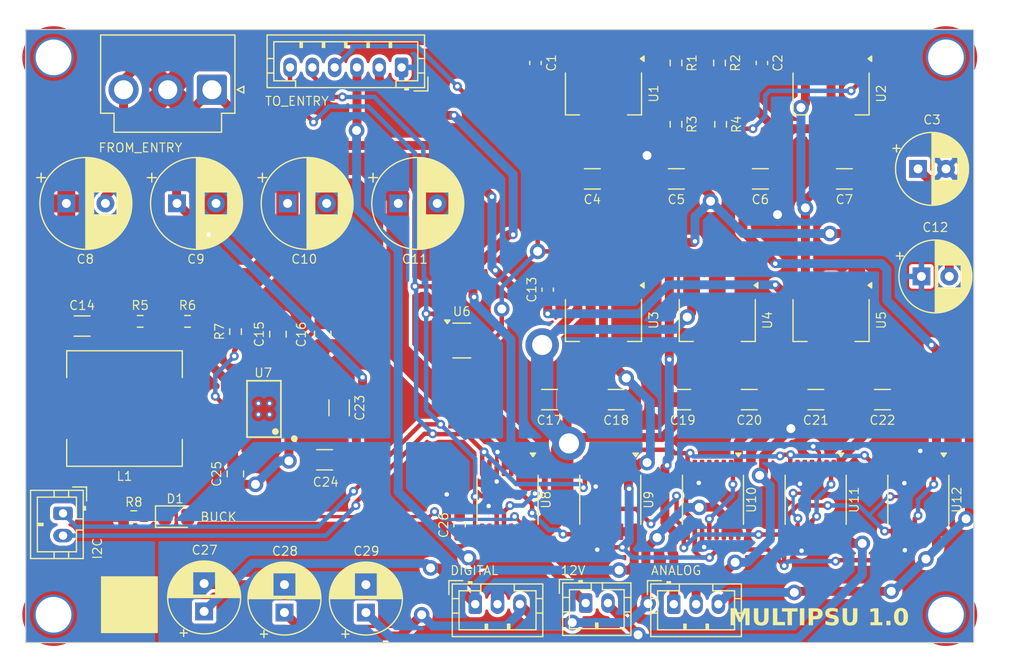
<source format=kicad_pcb>
(kicad_pcb (version 20240108) (generator "pcbnew") (generator_version "8.0")
  (layers (0 "F.Cu" signal) (31 "B.Cu" signal) (34 "B.Paste" user) (35 "F.Paste" user) (36 "B.SilkS" user "B.Silkscreen") (37 "F.SilkS" user "F.Silkscreen") (38 "B.Mask" user) (39 "F.Mask" user) (44 "Edge.Cuts" user))
  (net 0 "")
  (net 1 "PGND")
  (net 2 "VN")
  (net 3 "VP")
  (net 4 "7V")
  (net 5 "AGND")
  (net 6 "DC_POS")
  (net 7 "Net-(U2-ADJ)")
  (net 8 "5V")
  (net 9 "3V3")
  (net 10 "12V")
  (net 11 "SCL")
  (net 12 "SDA")
  (net 13 "7V_OUT")
  (net 14 "5V_OUT")
  (net 16 "12V_OUT")
  (net 18 "3V3_OUT")
  (net 19 "GND")
  (net 20 "RELAY_GND")
  (net 22 "DC_NEG_OUT")
  (net 23 "DC_POS_OUT")
  (net 25 "Net-(C15-Pad1)")
  (net 26 "Net-(U7-SS)")
  (net 27 "Net-(U7-SW)")
  (net 28 "Net-(U7-BST)")
  (net 29 "Net-(U1-ADJ)")
  (net 30 "Net-(U7-FB)")
  (net 31 "Net-(U7-COMP)")
  (net 33 "Net-(D1-K)")
  (footprint "Package_SO:TSSOP-16_4.4x5mm_P0.65mm" (layer "F.Cu") (at 147.5125 105.6875 -90)
    (property "Reference" "U10")
    (property "Value" "INA260")
  )
  (footprint "Capacitor_SMD:C_1206_3216Metric_Pad1.33x1.80mm_HandSolder" (layer "F.Cu") (at 144.231666 76.9)
    (property "Reference" "C5")
    (property "Value" "47U")
  )
  (footprint "Capacitor_SMD:C_0805_2012Metric_Pad1.18x1.45mm_HandSolder" (layer "F.Cu") (at 112.529431 90.83 -90)
    (property "Reference" "C16")
    (property "Value" "10n")
  )
  (footprint "Capacitor_THT:CP_Radial_D6.3mm_P2.50mm" (layer "F.Cu") (at 166.2 85.65)
    (property "Reference" "C12")
    (property "Value" "470u 16V")
  )
  (footprint "MountingHole:MountingHole_3.2mm_M3_DIN965_Pad_TopOnly" (layer "F.Cu") (at 88.4 66 90)
    (property "Reference" "H1" (hide yes))
    (property "Value" "MountingHole")
  )
  (footprint "MountingHole:MountingHole_3.2mm_M3_DIN965_Pad_TopOnly" (layer "F.Cu") (at 88.4 116 90)
    (property "Reference" "H3" (hide yes))
    (property "Value" "MountingHole")
  )
  (footprint "MountingHole:MountingHole_3.2mm_M3_DIN965_Pad_TopOnly" (layer "F.Cu") (at 168.4 66 90)
    (property "Reference" "H2" (hide yes))
    (property "Value" "MountingHole")
  )
  (footprint "Connector_JST:JST_PH_B3B-PH-K_1x03_P2.00mm_Vertical" (layer "F.Cu") (at 144 115.05)
    (property "Reference" "J6" (hide yes))
    (property "Value" "Conn_01x03_Pin")
  )
  (footprint "Package_SO:TSSOP-16_4.4x5mm_P0.65mm" (layer "F.Cu") (at 129.1 105.6875 -90)
    (property "Reference" "U8")
    (property "Value" "INA260")
  )
  (footprint "Capacitor_SMD:C_0603_1608Metric_Pad1.08x0.95mm_HandSolder" (layer "F.Cu") (at 124.8 107.9625 90)
    (property "Reference" "C26")
    (property "Value" "0.1U")
  )
  (footprint "Capacitor_THT:CP_Radial_D6.3mm_P2.50mm" (layer "F.Cu") (at 165.9 76)
    (property "Reference" "C3")
    (property "Value" "470u 16V")
  )
  (footprint "Capacitor_SMD:C_1206_3216Metric_Pad1.33x1.80mm_HandSolder" (layer "F.Cu") (at 112.7 102.1 180)
    (property "Reference" "C24")
    (property "Value" "10U 50V")
  )
  (footprint "Capacitor_SMD:C_1206_3216Metric_Pad1.33x1.80mm_HandSolder" (layer "F.Cu") (at 144.8025 96.7 180)
    (property "Reference" "C19")
    (property "Value" "10U")
  )
  (footprint "Capacitor_SMD:C_0805_2012Metric_Pad1.18x1.45mm_HandSolder" (layer "F.Cu") (at 108.51664 90.83 90)
    (property "Reference" "C15")
    (property "Value" "0.22u")
  )
  (footprint "Capacitor_SMD:C_1206_3216Metric_Pad1.33x1.80mm_HandSolder" (layer "F.Cu") (at 151.763332 76.9)
    (property "Reference" "C6")
    (property "Value" "47U")
  )
  (footprint "Capacitor_THT:CP_Radial_D8.0mm_P3.50mm" (layer "F.Cu") (at 109.382449 79.1)
    (property "Reference" "C10")
    (property "Value" "10V 470u")
  )
  (footprint "Capacitor_SMD:C_1206_3216Metric_Pad1.33x1.80mm_HandSolder" (layer "F.Cu") (at 138.835 96.7 180)
    (property "Reference" "C18")
    (property "Value" "10U")
  )
  (footprint "Connector_JST:JST_PH_B2B-PH-K_1x02_P2.00mm_Vertical" (layer "F.Cu") (at 136.1 114.95)
    (property "Reference" "J4" (hide yes))
    (property "Value" "Conn_01x02_Pin")
  )
  (footprint "Resistor_SMD:R_0603_1608Metric_Pad0.98x0.95mm_HandSolder" (layer "F.Cu") (at 144.2 72 -90)
    (property "Reference" "R3")
    (property "Value" "1.2K")
  )
  (footprint "Capacitor_SMD:C_1206_3216Metric_Pad1.33x1.80mm_HandSolder" (layer "F.Cu") (at 159.295 76.9)
    (property "Reference" "C7")
    (property "Value" "10u")
  )
  (footprint "Package_TO_SOT_SMD:SOT-223-3_TabPin2" (layer "F.Cu") (at 137.7 89.575 -90)
    (property "Reference" "U3")
    (property "Value" "ZLDO1117QG33TA")
  )
  (footprint "Connector_JST:JST_PH_B2B-PH-K_1x02_P2.00mm_Vertical" (layer "F.Cu") (at 89.25 106.9 -90)
    (property "Reference" "J3" (hide yes))
    (property "Value" "Conn_01x02_Pin")
  )
  (footprint "Capacitor_THT:CP_Radial_D6.3mm_P2.50mm" (layer "F.Cu") (at 116.4 115.8 90)
    (property "Reference" "C29")
    (property "Value" "470u 16V")
  )
  (footprint "Package_TO_SOT_SMD:SOT-223-3_TabPin2" (layer "F.Cu") (at 147.9 89.575 -90)
    (property "Reference" "U4")
    (property "Value" "AMS1117-5.0")
  )
  (footprint "Package_TO_SOT_SMD:SOT-223-3_TabPin2" (layer "F.Cu") (at 158.1 69.25 -90)
    (property "Reference" "U2")
    (property "Value" "LM317_SOT-223")
  )
  (footprint "Capacitor_SMD:C_1206_3216Metric_Pad1.33x1.80mm_HandSolder" (layer "F.Cu") (at 90.9625 90.1)
    (property "Reference" "C14")
    (property "Value" "10U 50V")
  )
  (footprint "Resistor_SMD:R_0603_1608Metric_Pad0.98x0.95mm_HandSolder" (layer "F.Cu") (at 104.71664 90.6 90)
    (property "Reference" "R7")
    (property "Value" "86.6k")
  )
  (footprint "Capacitor_SMD:C_0603_1608Metric_Pad1.08x0.95mm_HandSolder" (layer "F.Cu") (at 132.7 86.8375 90)
    (property "Reference" "C13")
    (property "Value" "0.1U")
  )
  (footprint "Resistor_SMD:R_0603_1608Metric_Pad0.98x0.95mm_HandSolder" (layer "F.Cu") (at 144.2 66.5 -90)
    (property "Reference" "R1")
    (property "Value" "120R")
  )
  (footprint "easyeda2kicad:SOIC-8_L4.9-W3.9-P1.27-LS6.0-BL-EP" (layer "F.Cu") (at 107.2625 97.5375 90)
    (property "Reference" "U7")
    (property "Value" "AP64351SP-13")
  )
  (footprint "Inductor_SMD:L_Vishay_IHLP-4040" (layer "F.Cu") (at 94.7625 97.5 180)
    (property "Reference" "L1")
    (property "Value" "10uH 21mOhm 5A")
  )
  (footprint "Capacitor_SMD:C_1206_3216Metric_Pad1.33x1.80mm_HandSolder" (layer "F.Cu") (at 156.7375 96.7 180)
    (property "Reference" "C21")
    (property "Value" "10u")
  )
  (footprint "Resistor_SMD:R_0603_1608Metric_Pad0.98x0.95mm_HandSolder" (layer "F.Cu") (at 95.5875 107.2 180)
    (property "Reference" "R8")
    (property "Value" "1.7K")
  )
  (footprint "Package_SO:TSSOP-16_4.4x5mm_P0.65mm" (layer "F.Cu") (at 138.30625 105.6875 -90)
    (property "Reference" "U9")
    (property "Value" "INA260")
  )
  (footprint "Connector_JST:JST_VH_B3P-VH_1x03_P3.96mm_Vertical" (layer "F.Cu") (at 102.6 68.9 180)
    (property "Reference" "J2" (hide yes))
    (property "Value" "Conn_01x03_Male")
  )
  (footprint "Capacitor_SMD:C_1206_3216Metric_Pad1.33x1.80mm_HandSolder" (layer "F.Cu") (at 114 97.4375 -90)
    (property "Reference" "C23")
    (property "Value" "10U 50V")
  )
  (footprint "Package_SO:TSSOP-16_4.4x5mm_P0.65mm" (layer "F.Cu") (at 156.71875 105.6875 -90)
    (property "Reference" "U11")
    (property "Value" "INA260")
  )
  (footprint "Capacitor_SMD:C_1206_3216Metric_Pad1.33x1.80mm_HandSolder" (layer "F.Cu") (at 150.77 96.7 180)
    (property "Reference" "C20")
    (property "Value" "10U")
  )
  (footprint "Capacitor_THT:CP_Radial_D6.3mm_P2.50mm" (layer "F.Cu") (at 109.1 115.8 90)
    (property "Reference" "C28")
    (property "Value" "470u 16V")
  )
  (footprint "Resistor_SMD:R_0603_1608Metric_Pad0.98x0.95mm_HandSolder" (layer "F.Cu") (at 148.2 72 -90)
    (property "Reference" "R4")
    (property "Value" "1.2K")
  )
  (footprint "Package_TO_SOT_SMD:SOT-223-3_TabPin2" (layer "F.Cu") (at 137.7 69.25 -90)
    (property "Reference" "U1")
    (property "Value" "LM337_SOT223")
  )
  (footprint "Capacitor_THT:CP_Radial_D8.0mm_P3.50mm" (layer "F.Cu") (at 89.547349 79.1)
    (property "Reference" "C8")
    (property "Value" "100u 50V")
  )
  (footprint "Capacitor_THT:CP_Radial_D8.0mm_P3.50mm" (layer "F.Cu") (at 119.3 79.1)
    (property "Reference" "C11")
    (property "Value" "10V 470u")
  )
  (footprint "LED_SMD:LED_0805_2012Metric_Pad1.15x1.40mm_HandSolder" (layer "F.Cu") (at 99.4 107.2)
    (property "Reference" "D1")
    (property "Value" "BLUE")
  )
  (footprint "Capacitor_SMD:C_0805_2012Metric_Pad1.18x1.45mm_HandSolder" (layer "F.Cu") (at 104.7 103.3625 90)
    (property "Reference" "C25")
    (property "Value" "0.1u")
  )
  (footprint "Capacitor_SMD:C_1206_3216Metric_Pad1.33x1.80mm_HandSolder" (layer "F.Cu") (at 162.705 96.7 180)
    (property "Reference" "C22")
    (property "Value" "10U")
  )
  (footprint "Package_TO_SOT_SMD:SOT-223" (layer "F.Cu") (at 158.1 89.575 -90)
    (property "Reference" "U5")
    (property "Value" "NCP1117-12")
  )
  (footprint "Capacitor_THT:CP_Radial_D6.3mm_P2.50mm" (layer "F.Cu") (at 101.9 115.7 90)
    (property "Reference" "C27")
    (property "Value" "470u 16V")
  )
  (footprint "Capacitor_SMD:C_1206_3216Metric_Pad1.33x1.80mm_HandSolder" (layer "F.Cu") (at 132.8675 96.7 180)
    (property "Reference" "C17")
    (property "Value" "10U")
  )
  (footprint "MountingHole:MountingHole_3.2mm_M3_DIN965_Pad_TopOnly" (layer "F.Cu") (at 168.4 116 90)
    (property "Reference" "H4" (hide yes))
    (property "Value" "MountingHole")
  )
  (footprint "Resistor_SMD:R_0603_1608Metric_Pad0.98x0.95mm_HandSolder" (layer "F.Cu") (at 96.1625 89.68)
    (property "Reference" "R5")
    (property "Value" "160K")
  )
  (footprint "Capacitor_SMD:C_0603_1608Metric_Pad1.08x0.95mm_HandSolder" (layer "F.Cu") (at 151.9 66.5 -90)
    (property "Reference" "C2")
    (property "Value" "0.1U")
  )
  (footprint "Resistor_SMD:R_0603_1608Metric_Pad0.98x0.95mm_HandSolder" (layer "F.Cu") (at 148.1 66.5 -90)
    (property "Reference" "R2")
    (property "Value" "120R")
  )
  (footprint "Package_SO:TSSOP-16_4.4x5mm_P0.65mm" (layer "F.Cu") (at 165.925 105.6875 -90)
    (property "Reference" "U12")
    (property "Value" "INA260")
  )
  (footprint "Connector_JST:JST_PH_B3B-PH-K_1x03_P2.00mm_Vertical" (layer "F.Cu") (at 126.2 115.05)
    (property "Reference" "J5" (hide yes))
    (property "Value" "Conn_01x03_Pin")
  )
  (footprint "Resistor_SMD:R_0603_1608Metric_Pad0.98x0.95mm_HandSolder" (layer "F.Cu") (at 100.4125 89.68 180)
    (property "Reference" "R6")
    (property "Value" "22.1K")
  )
  (footprint "Package_TO_SOT_SMD:SOT-23-6" (layer "F.Cu") (at 125 91.4)
    (property "Reference" "U6")
    (property "Value" "TMP100")
  )
  (footprint "Capacitor_SMD:C_0603_1608Metric_Pad1.08x0.95mm_HandSolder" (layer "F.Cu") (at 131.6 66.5 -90)
    (property "Reference" "C1")
    (property "Value" "0.1U")
  )
  (footprint "Connector_JST:JST_PH_B6B-PH-K_1x06_P2.00mm_Vertical" (layer "F.Cu") (at 119.6 66.9 180)
    (property "Reference" "J1" (hide yes))
    (property "Value" "Conn_01x06_Pin")
  )
  (footprint "Capacitor_SMD:C_1206_3216Metric_Pad1.33x1.80mm_HandSolder" (layer "F.Cu") (at 136.7 76.9 180)
    (property "Reference" "C4")
    (property "Value" "10u")
  )
  (footprint "Capacitor_THT:CP_Radial_D8.0mm_P3.50mm" (layer "F.Cu") (at 99.464899 79.1)
    (property "Reference" "C9")
    (property "Value" "100u 50V")
  )
  (gr_rect (start 92.7 112.6) (end 97.7 117.6) (stroke (width 0.1)) (fill solid) (layer "F.SilkS"))
  (gr_line (start 170.9 63.5) (end 170.9 118.5) (stroke (width 0.1)) (layer "Edge.Cuts"))
  (gr_line (start 85.9 63.5) (end 170.9 63.5) (stroke (width 0.1)) (layer "Edge.Cuts"))
  (gr_line (start 85.9 118.5) (end 85.9 63.5) (stroke (width 0.1)) (layer "Edge.Cuts"))
  (gr_line (start 170.9 118.5) (end 85.9 118.5) (stroke (width 0.1)) (layer "Edge.Cuts"))
  (gr_text "DIGITAL" (at 123.9 112.5 0) (layer "F.SilkS") (effects (font (size 0.8 0.8) (thickness 0.1)) (justify left bottom)))
  (gr_text "TO_ENTRY" (at 107.3 70.4 0) (layer "F.SilkS") (effects (font (size 0.8 0.8) (thickness 0.1)) (justify left bottom)))
  (gr_text "FROM_ENTRY" (at 92.371 74.575 0) (layer "F.SilkS") (effects (font (size 0.8 0.8) (thickness 0.1)) (justify left bottom)))
  (gr_text "I2C" (at 92.8 111.1 90) (layer "F.SilkS") (effects (font (size 0.8 0.8) (thickness 0.1)) (justify left bottom)))
  (gr_text "BUCK" (at 101.5 107.7 0) (layer "F.SilkS") (effects (font (size 0.8 0.8) (thickness 0.1)) (justify left bottom)))
  (gr_text "MULTIPSU 1.0" (at 165.1 117.2 0) (layer "F.SilkS") (effects (font (size 1.5 1.5) (thickness 0.2) (bold yes)) (justify right bottom)))
  (gr_text "12V" (at 133.8 112.5 0) (layer "F.SilkS") (effects (font (size 0.8 0.8) (thickness 0.1)) (justify left bottom)))
  (gr_text "ANALOG" (at 141.9 112.5 0) (layer "F.SilkS") (effects (font (size 0.8 0.8) (thickness 0.1)) (justify left bottom)))
  (segment (start 137.7 66.1) (end 137.7 72.4) (width 0.8) (layer "F.Cu") (net 2))
  (segment (start 131.6 67.6) (end 129.05 70.15) (width 0.4) (layer "F.Cu") (net 2))
  (segment (start 94.68 76.82) (end 93 78.5) (width 0.8) (layer "F.Cu") (net 2))
  (segment (start 137.7 74.3375) (end 135.1375 76.9) (width 0.8) (layer "F.Cu") (net 2))
  (segment (start 129.05 70.15) (end 123.4 64.5) (width 0.8) (layer "F.Cu") (net 2))
  (segment (start 94.68 68.9) (end 94.68 76.82) (width 0.8) (layer "F.Cu") (net 2))
  (segment (start 123.4 64.5) (end 98.2 64.5) (width 0.8) (layer "F.Cu") (net 2))
  (segment (start 137.7 72.4) (end 137.7 74.3375) (width 0.8) (layer "F.Cu") (net 2))
  (segment (start 137.7 72.4) (end 131.3 72.4) (width 0.8) (layer "F.Cu") (net 2))
  (segment (start 131.3 72.4) (end 129.05 70.15) (width 0.8) (layer "F.Cu") (net 2))
  (segment (start 98.2 64.5) (end 94.68 68.02) (width 0.8) (layer "F.Cu") (net 2))
  (segment (start 152.3625 66.1) (end 151.9 65.6375) (width 0.8) (layer "F.Cu") (net 3))
  (segment (start 155.8 78.8325) (end 157.7325 76.9) (width 0.8) (layer "F.Cu") (net 3))
  (segment (start 102.6 68.9) (end 99.433333 72.066667) (width 0.8) (layer "F.Cu") (net 3))
  (segment (start 153.1 86.4) (end 154.4125 87.7125) (width 0.8) (layer "F.Cu") (net 3))
  (segment (start 155.8 66.1) (end 155.8 70.1) (width 0.8) (layer "F.Cu") (net 3))
  (segment (start 155.9 94.3) (end 158.3 96.7) (width 0.8) (layer "F.Cu") (net 3))
  (segment (start 115.55 97.425) (end 114 95.875) (width 0.8) (layer "F.Cu") (net 3))
  (segment (start 109.9825 96.9075) (end 109.9825 98.1675) (width 0.8) (layer "F.Cu") (net 3))
  (segment (start 111.7075 98.1675) (end 114 95.875) (width 0.8) (layer "F.Cu") (net 3))
  (segment (start 155.8 86.425) (end 155.8 79.5) (width 0.8) (layer "F.Cu") (net 3))
  (segment (start 116.1 94.7) (end 116.1 97.45) (width 0.8) (layer "F.Cu") (net 3))
  (segment (start 123.1 73.9) (end 127.7 78.5) (width 0.8) (layer "F.Cu") (net 3))
  (segment (start 128 85.1) (end 130.6 87.7) (width 0.8) (layer "F.Cu") (net 3))
  (segment (start 109.9825 98.1675) (end 111.7075 98.1675) (width 0.8) (layer "F.Cu") (net 3))
  (segment (start 154.2 93.5) (end 155 94.3) (width 0.8) (layer "F.Cu") (net 3))
  (segment (start 154.4125 87.8125) (end 154.2 88.025) (width 0.8) (layer "F.Cu") (net 3))
  (segment (start 130.6 87.7) (end 132.7 87.7) (width 0.8) (layer "F.Cu") (net 3))
  (segment (start 115.55 100.8125) (end 115.55 98) (width 0.8) (layer "F.Cu") (net 3))
  (segment (start 155 94.3) (end 155.9 94.3) (width 0.8) (layer "F.Cu") (net 3))
  (segment (start 102.6 68.9) (end 107.6 73.9) (width 0.8) (layer "F.Cu") (net 3))
  (segment (start 115.55 98) (end 115.55 97.425) (width 0.8) (layer "F.Cu") (net 3))
  (segment (start 107.6 73.9) (end 123.1 73.9) (width 0.8) (layer "F.Cu") (net 3))
  (segment (start 154.4125 87.7125) (end 154.4125 87.8125) (width 0.8) (layer "F.Cu") (net 3))
  (segment (start 154.2 88.025) (end 154.2 93.5) (width 0.8) (layer "F.Cu") (net 3))
  (segment (start 155.8 79.5) (end 155.8 78.8325) (width 0.8) (layer "F.Cu") (net 3))
  (segment (start 99.433333 79.033333) (end 102.3 81.9) (width 0.8) (layer "F.Cu") (net 3))
  (segment (start 132.7 87.7) (end 132.7 89) (width 0.8) (layer "F.Cu") (net 3))
  (segment (start 116.1 97.45) (end 115.55 98) (width 0.8) (layer "F.Cu") (net 3))
  (segment (start 155.8 66.1) (end 152.3625 66.1) (width 0.8) (layer "F.Cu") (net 3))
  (segment (start 155.8 86.425) (end 154.4125 87.8125) (width 0.8) (layer "F.Cu") (net 3))
  (segment (start 155.8 70.1) (end 155.4 70.5) (width 0.8) (layer "F.Cu") (net 3))
  (segment (start 99.433333 72.066667) (end 99.433333 79.033333) (width 0.8) (layer "F.Cu") (net 3))
  (segment (start 114.2625 102.1) (end 115.55 100.8125) (width 0.8) (layer "F.Cu") (net 3))
  (via (at 127.7 78.5) (size 0.8) (drill 0.4) (layers "F.Cu" "B.Cu") (net 3))
  (via (at 128 85.1) (size 0.8) (drill 0.4) (layers "F.Cu" "B.Cu") (net 3))
  (via (at 116.1 94.7) (size 0.8) (drill 0.4) (layers "F.Cu" "B.Cu") (net 3))
  (via (at 153.1 86.4) (size 0.8) (drill 0.4) (layers "F.Cu" "B.Cu") (net 3))
  (via (at 155.4 70.5) (size 1.4) (drill 0.8) (layers "F.Cu" "B.Cu") (net 3))
  (via (at 155.8 79.5) (size 1.4) (drill 0.8) (layers "F.Cu" "B.Cu") (net 3))
  (via (at 102.3 81.9) (size 0.8) (drill 0.4) (layers "F.Cu" "B.Cu") (net 3))
  (via (at 132.7 89) (size 0.8) (drill 0.4) (layers "F.Cu" "B.Cu") (net 3))
  (segment (start 127.7 84.8) (end 128 85.1) (width 0.8) (layer "B.Cu") (net 3))
  (segment (start 143.5 86.4) (end 153.1 86.4) (width 0.8) (layer "B.Cu") (net 3))
  (segment (start 116.1 94.7) (end 103.3 81.9) (width 0.8) (layer "B.Cu") (net 3))
  (segment (start 132.7 89) (end 140.9 89) (width 0.8) (layer "B.Cu") (net 3))
  (segment (start 140.9 89) (end 143.5 86.4) (width 0.8) (layer "B.Cu") (net 3))
  (segment (start 155.4 70.5) (end 155.4 79.1) (width 0.8) (layer "B.Cu") (net 3))
  (segment (start 127.7 78.5) (end 127.7 84.8) (width 0.8) (layer "B.Cu") (net 3))
  (segment (start 155.4 79.1) (end 155.8 79.5) (width 0.8) (layer "B.Cu") (net 3))
  (segment (start 103.3 81.9) (end 102.3 81.9) (width 0.8) (layer "B.Cu") (net 3))
  (segment (start 109.366666 82.733334) (end 109.366666 75.7) (width 2) (layer "F.Cu") (net 4))
  (segment (start 89.4 90.1) (end 89.4 88.3) (width 2) (layer "F.Cu") (net 4))
  (segment (start 130.875 103.9) (end 131.55547 104.58047) (width 0.4) (layer "F.Cu") (net 4))
  (segment (start 119.25 85.751401) (end 119.147973 85.853428) (width 2) (layer "F.Cu") (net 4))
  (segment (start 130.875 101.62554) (end 130.875 103.9) (width 2) (layer "F.Cu") (net 4))
  (segment (start 119.147973 87.220334) (end 119.25 87.322361) (width 2) (layer "F.Cu") (net 4))
  (segment (start 106.2 85.9) (end 109.366666 82.733334) (width 2) (layer "F.Cu") (net 4))
  (segment (start 109.366666 75.7) (end 109.516666 75.55) (width 2) (layer "F.Cu") (net 4))
  (segment (start 123.133453 96.2) (end 125.44946 96.2) (width 2) (layer "F.Cu") (net 4))
  (segment (start 89.4 88.3) (end 91.8 85.9) (width 2) (layer "F.Cu") (net 4))
  (segment (start 95.25 87.15) (end 94 85.9) (width 0.8) (layer "F.Cu") (net 4))
  (segment (start 109.516666 75.55) (end 116.35 75.55) (width 2) (layer "F.Cu") (net 4))
  (segment (start 95.25 89.68) (end 95.25 87.15) (width 0.8) (layer "F.Cu") (net 4))
  (segment (start 119.25 78.55) (end 119.25 85.751401) (width 2) (layer "F.Cu") (net 4))
  (segment (start 128.775 108.55) (end 128.775 106.750768) (width 0.4) (layer "F.Cu") (net 4))
  (segment (start 119.147973 85.853428) (end 119.147973 87.220334) (width 2) (layer "F.Cu") (net 4))
  (segment (start 94 85.9) (end 106.2 85.9) (width 2) (layer "F.Cu") (net 4))
  (segment (start 125.44946 96.2) (end 130.875 101.62554) (width 2) (layer "F.Cu") (net 4))
  (segment (start 116.35 75.55) (end 119.3 78.5) (width 2) (layer "F.Cu") (net 4))
  (segment (start 119.25 92.316547) (end 123.133453 96.2) (width 2) (layer "F.Cu") (net 4))
  (segment (start 89.4 96.645) (end 90.255 97.5) (width 2) (layer "F.Cu") (net 4))
  (segment (start 128.775 106.750768) (end 129.321085 106.204683) (width 0.4) (layer "F.Cu") (net 4))
  (segment (start 119.3 78.5) (end 119.25 78.55) (width 2) (layer "F.Cu") (net 4))
  (segment (start 91.8 85.9) (end 94 85.9) (width 2) (layer "F.Cu") (net 4))
  (segment (start 131.55547 104.58047) (end 131.55547 105.128575) (width 0.4) (layer "F.Cu") (net 4))
  (segment (start 119.25 87.322361) (end 119.25 92.316547) (width 2) (layer "F.Cu") (net 4))
  (segment (start 89.4 90.1) (end 89.4 96.645) (width 2) (layer "F.Cu") (net 4))
  (via (at 131.55547 105.128575) (size 0.8) (drill 0.4) (layers "F.Cu" "B.Cu") (net 4))
  (via (at 129.321085 106.204683) (size 0.8) (drill 0.4) (layers "F.Cu" "B.Cu") (net 4))
  (segment (start 131.55547 105.128575) (end 130.479362 106.204683) (width 0.4) (layer "B.Cu") (net 4))
  (segment (start 130.479362 106.204683) (end 129.321085 106.204683) (width 0.4) (layer "B.Cu") (net 4))
  (segment (start 148.6 112.2) (end 149.5 111.3) (width 0.8) (layer "F.Cu") (net 5))
  (segment (start 142.669166 76.9) (end 142.669166 75.869166) (width 0.8) (layer "F.Cu") (net 5))
  (segment (start 151.7 103.5) (end 152.05 103.15) (width 0.8) (layer "F.Cu") (net 5))
  (segment (start 146 112.4) (end 146.2 112.2) (width 0.8) (layer "F.Cu") (net 5))
  (segment (start 153.325832 80.074168) (end 153.3 80.1) (width 0.8) (layer "F.Cu") (net 5))
  (segment (start 153.325832 76.9) (end 153.325832 80.074168) (width 0.8) (layer "F.Cu") (net 5))
  (segment (start 152.05 101.75) (end 154.5 99.3) (width 0.8) (layer "F.Cu") (net 5))
  (segment (start 146.2 112.2) (end 148.6 112.2) (width 0.8) (layer "F.Cu") (net 5))
  (segment (start 152.05 103.15) (end 152.05 101.75) (width 0.8) (layer "F.Cu") (net 5))
  (segment (start 142.669166 75.869166) (end 141.6 74.8) (width 0.8) (layer "F.Cu") (net 5))
  (segment (start 146 114.775) (end 146 112.4) (width 0.8) (layer "F.Cu") (net 5))
  (via (at 151.7 103.5) (size 1.4) (drill 0.8) (layers "F.Cu" "B.Cu") (net 5))
  (via (at 141.6 74.8) (size 1.4) (drill 0.8) (layers "F.Cu" "B.Cu") (net 5))
  (via (at 153.3 80.1) (size 1.4) (drill 0.8) (layers "F.Cu" "B.Cu") (net 5))
  (via (at 149.5 111.3) (size 1.4) (drill 0.8) (layers "F.Cu" "B.Cu") (net 5))
  (via (at 154.5 99.3) (size 1.4) (drill 0.8) (layers "F.Cu" "B.Cu") (net 5))
  (segment (start 150.592462 111.3) (end 149.5 111.3) (width 0.8) (layer "B.Cu") (net 5))
  (segment (start 152.65 109.242462) (end 150.592462 111.3) (width 0.8) (layer "B.Cu") (net 5))
  (segment (start 151.7 103.5) (end 152.65 104.45) (width 0.8) (layer "B.Cu") (net 5))
  (segment (start 152.65 104.45) (end 152.65 109.242462) (width 0.8) (layer "B.Cu") (net 5))
  (segment (start 150.200832 76.9) (end 150.200832 81.600832) (width 0.8) (layer "F.Cu") (net 6))
  (segment (start 158.1 72.4) (end 154.700832 72.4) (width 0.8) (layer "F.Cu") (net 6))
  (segment (start 167.55 92.25) (end 167.55 102.825) (width 0.8) (layer "F.Cu") (net 6))
  (segment (start 153.900416 73.200416) (end 149.8 69.1) (width 0.8) (layer "F.Cu") (net 6))
  (segment (start 167.55 102.825) (end 167.1 102.825) (width 0.8) (layer "F.Cu") (net 6))
  (segment (start 167.1 91.8) (end 167.55 92.25) (width 0.8) (layer "F.Cu") (net 6))
  (segment (start 167.3 103.075) (end 167.55 102.825) (width 0.4) (layer "F.Cu") (net 6))
  (segment (start 167.3 104.3) (end 167.3 103.075) (width 0.4) (layer "F.Cu") (net 6))
  (segment (start 149.8 69.1) (end 149.8 67.2875) (width 0.8) (layer "F.Cu") (net 6))
  (segment (start 154.700832 72.4) (end 153.900416 73.200416) (width 0.8) (layer "F.Cu") (net 6))
  (segment (start 165.6 108.55) (end 165.6 107.4) (width 0.4) (layer "F.Cu") (net 6))
  (segment (start 168.2 102.825) (end 167.55 102.825) (width 0.8) (layer "F.Cu") (net 6))
  (segment (start 158.1 66.1) (end 158.1 72.4) (width 0.8) (layer "F.Cu") (net 6))
  (segment (start 165.6 107.4) (end 165.9 107.1) (width 0.4) (layer "F.Cu") (net 6))
  (segment (start 150.200832 81.600832) (end 153.1 84.5) (width 0.8) (layer "F.Cu") (net 6))
  (segment (start 153.900416 73.200416) (end 150.200832 76.9) (width 0.8) (layer "F.Cu") (net 6))
  (segment (start 149.8 67.2875) (end 148.1 65.5875) (width 0.8) (layer "F.Cu") (net 6))
  (via (at 167.1 91.8) (size 0.8) (drill 0.4) (layers "F.Cu" "B.Cu") (net 6))
  (via (at 153.1 84.5) (size 0.8) (drill 0.4) (layers "F.Cu" "B.Cu") (net 6))
  (via (at 167.3 104.3) (size 0.8) (drill 0.4) (layers "F.Cu" "B.Cu") (net 6))
  (via (at 165.9 107.1) (size 0.8) (drill 0.4) (layers "F.Cu" "B.Cu") (net 6))
  (segment (start 165.9 105.7) (end 167.3 104.3) (width 0.4) (layer "B.Cu") (net 6))
  (segment (start 153.1 84.5) (end 162.6 84.5) (width 0.8) (layer "B.Cu") (net 6))
  (segment (start 163.1 87.8) (end 167.1 91.8) (width 0.8) (layer "B.Cu") (net 6))
  (segment (start 162.6 84.5) (end 163.1 85) (width 0.8) (layer "B.Cu") (net 6))
  (segment (start 165.9 107.1) (end 165.9 105.7) (width 0.4) (layer "B.Cu") (net 6))
  (segment (start 163.1 85) (end 163.1 87.8) (width 0.8) (layer "B.Cu") (net 6))
  (segment (start 148.2 71.0875) (end 148.2 67.5125) (width 0.4) (layer "F.Cu") (net 7))
  (segment (start 149.5125 72.4) (end 148.2 71.0875) (width 0.4) (layer "F.Cu") (net 7))
  (segment (start 160.4 66.1) (end 160.4 68.5) (width 0.4) (layer "F.Cu") (net 7))
  (segment (start 160.4 68.5) (end 159.9 69) (width 0.4) (layer "F.Cu") (net 7))
  (segment (start 151.1 72.4) (end 149.5125 72.4) (width 0.4) (layer "F.Cu") (net 7))
  (via (at 151.1 72.4) (size 0.8) (drill 0.4) (layers "F.Cu" "B.Cu") (net 7))
  (via (at 159.9 69) (size 0.8) (drill 0.4) (layers "F.Cu" "B.Cu") (net 7))
  (segment (start 152.6 69) (end 152.2 69.4) (width 0.4) (layer "B.Cu") (net 7))
  (segment (start 159.9 69) (end 152.6 69) (width 0.4) (layer "B.Cu") (net 7))
  (segment (start 152.2 71.3) (end 151.1 72.4) (width 0.4) (layer "B.Cu") (net 7))
  (segment (start 152.2 69.4) (end 152.2 71.3) (width 0.4) (layer "B.Cu") (net 7))
  (segment (start 151.875 96.7) (end 147.9 92.725) (width 0.8) (layer "F.Cu") (net 8))
  (segment (start 152.3325 96.7) (end 151.875 96.7) (width 0.8) (layer "F.Cu") (net 8))
  (segment (start 152.3325 97.9675) (end 149.7875 100.5125) (width 0.8) (layer "F.Cu") (net 8))
  (segment (start 149.7875 100.5125) (end 149.7875 102.825) (width 0.8) (layer "F.Cu") (net 8))
  (segment (start 152.3325 96.7) (end 152.3325 97.9675) (width 0.8) (layer "F.Cu") (net 8))
  (segment (start 149.7875 102.825) (end 149.1375 102.825) (width 0.8) (layer "F.Cu") (net 8))
  (segment (start 147.1875 108.55) (end 147.1875 107.399827) (width 0.4) (layer "F.Cu") (net 8))
  (segment (start 149.1375 102.825) (end 148.6875 102.825) (width 0.8) (layer "F.Cu") (net 8))
  (segment (start 149.3 102.9875) (end 149.1375 102.825) (width 0.4) (layer "F.Cu") (net 8))
  (segment (start 149.3 104.3) (end 149.3 102.9875) (width 0.4) (layer "F.Cu") (net 8))
  (segment (start 147.9 86.425) (end 147.9 92.725) (width 0.8) (layer "F.Cu") (net 8))
  (via (at 147.1875 107.399827) (size 0.8) (drill 0.4) (layers "F.Cu" "B.Cu") (net 8))
  (via (at 149.3 104.3) (size 0.8) (drill 0.4) (layers "F.Cu" "B.Cu") (net 8))
  (segment (start 149.3 105.287327) (end 149.3 104.3) (width 0.4) (layer "B.Cu") (net 8))
  (segment (start 147.1875 107.399827) (end 149.3 105.287327) (width 0.4) (layer "B.Cu") (net 8))
  (segment (start 135.799338 110.3) (end 136.68125 109.418088) (width 0.4) (layer "F.Cu") (net 9))
  (segment (start 146.406263 110.866055) (end 147.2 110.866055) (width 0.4) (layer "F.Cu") (net 9))
  (segment (start 145.868523 110.328315) (end 146.406263 110.866055) (width 0.4) (layer "F.Cu") (net 9))
  (segment (start 128.581565 90.568434) (end 128.581565 88.572376) (width 0.4) (layer "F.Cu") (net 9))
  (segment (start 155.09375 109.418088) (end 153.9 110.611838) (width 0.4) (layer "F.Cu") (net 9))
  (segment (start 147.8375 103.8625) (end 147.8375 102.825) (width 0.4) (layer "F.Cu") (net 9))
  (segment (start 153.9 111.6) (end 152.45 110.15) (width 0.4) (layer "F.Cu") (net 9))
  (segment (start 140.58125 102.825) (end 139.93125 102.825) (width 0.8) (layer "F.Cu") (net 9))
  (segment (start 137.661838 107.3625) (end 137.000662 107.3625) (width 0.4) (layer "F.Cu") (net 9))
  (segment (start 140.3975 96.7) (end 140.3975 95.4225) (width 0.8) (layer "F.Cu") (net 9))
  (segment (start 139.93125 102.825) (end 139.93125 104.63125) (width 0.8) (layer "F.Cu") (net 9))
  (segment (start 145.67895 105.02105) (end 146.67895 105.02105) (width 0.4) (layer "F.Cu") (net 9))
  (segment (start 145.8875 108.55) (end 145.8875 109.561891) (width 0.4) (layer "F.Cu") (net 9))
  (segment (start 145.8875 107.618747) (end 145.1 106.831247) (width 0.4) (layer "F.Cu") (net 9))
  (segment (start 145.868523 109.580868) (end 145.868523 110.328315) (width 0.4) (layer "F.Cu") (net 9))
  (segment (start 137.98125 109.418088) (end 138.517205 109.954043) (width 0.4) (layer "F.Cu") (net 9))
  (segment (start 158.59304 111.10696) (end 158.5 111.2) (width 0.4) (layer "F.Cu") (net 9))
  (segment (start 140.58125 102.825) (end 141.05625 102.35) (width 0.8) (layer "F.Cu") (net 9))
  (segment (start 145.1 106.831247) (end 145.1 105.6) (width 0.4) (layer "F.Cu") (net 9))
  (segment (start 123.8625 92.35) (end 126.1375 92.35) (width 0.4) (layer "F.Cu") (net 9))
  (segment (start 137.98125 108.55) (end 137.98125 109.418088) (width 0.4) (layer "F.Cu") (net 9))
  (segment (start 127.193088 110.3) (end 135.799338 110.3) (width 0.4) (layer "F.Cu") (net 9))
  (segment (start 164.3 109.418088) (end 164.3 108.55) (width 0.4) (layer "F.Cu") (net 9))
  (segment (start 127.475 109.418088) (end 126.893088 110) (width 0.4) (layer "F.Cu") (net 9))
  (segment (start 145.8875 109.561891) (end 145.868523 109.580868) (width 0.4) (layer "F.Cu") (net 9))
  (segment (start 131.8 83.4) (end 131.8 75.8) (width 0.4) (layer "F.Cu") (net 9))
  (segment (start 155.09375 108.55) (end 155.09375 109.418088) (width 0.4) (layer "F.Cu") (net 9))
  (segment (start 141.05625 102.35) (end 141.60248 102.35) (width 0.8) (layer "F.Cu") (net 9))
  (segment (start 146.67895 105.02105) (end 147.8375 103.8625) (width 0.4) (layer "F.Cu") (net 9))
  (segment (start 136.68125 107.681912) (end 136.68125 108.55) (width 0.4) (layer "F.Cu") (net 9))
  (segment (start 139.93125 104.63125) (end 140 104.7) (width 0.8) (layer "F.Cu") (net 9))
  (segment (start 126.799999 92.35) (end 128.581565 90.568434) (width 0.4) (layer "F.Cu") (net 9))
  (segment (start 137.7 86.425) (end 137.7 92.725) (width 0.8) (layer "F.Cu") (net 9))
  (segment (start 156.39375 104.30625) (end 155.6 105.1) (width 0.3) (layer "F.Cu") (net 9))
  (segment (start 127.475 108.55) (end 127.475 109.418088) (width 0.4) (layer "F.Cu") (net 9))
  (segment (start 140.3975 95.4225) (end 137.7 92.725) (width 0.8) (layer "F.Cu") (net 9))
  (segment (start 137.98125 107.681912) (end 137.661838 107.3625) (width 0.4) (layer "F.Cu") (net 9))
  (segment (start 137.98125 108.55) (end 137.98125 107.681912) (width 0.4) (layer "F.Cu") (net 9))
  (segment (start 138.63125 102.825) (end 137.98125 102.825) (width 0.3) (layer "F.Cu") (net 9))
  (segment (start 131.8 83.4) (end 134.675 83.4) (width 0.4) (layer "F.Cu") (net 9))
  (segment (start 131.8 75.8) (end 124.6 68.6) (width 0.4) (layer "F.Cu") (net 9))
  (segment (start 156.39375 102.825) (end 156.39375 104.30625) (width 0.3) (layer "F.Cu") (net 9))
  (segment (start 152.45 110.15) (end 147.916055 110.15) (width 0.4) (layer "F.Cu") (net 9))
  (segment (start 139.28125 102.825) (end 138.63125 102.825) (width 0.3) (layer "F.Cu") (net 9))
  (segment (start 138.517205 109.954043) (end 139.4 109.954043) (width 0.4) (layer "F.Cu") (net 9))
  (segment (start 126.893088 110) (end 127.193088 110.3) (width 0.4) (layer "F.Cu") (net 9))
  (segment (start 155.6 105.1) (end 154.7 105.1) (width 0.3) (layer "F.Cu") (net 9))
  (segment (start 162.611128 111.10696) (end 158.59304 111.10696) (width 0.4) (layer "F.Cu") (net 9))
  (segment (start 155.130523 107.363011) (end 155.130523 108.513227) (width 0.3) (layer "F.Cu") (net 9))
  (segment (start 136.68125 109.418088) (end 136.68125 108.55) (width 0.4) (layer "F.Cu") (net 9))
  (segment (start 162.611128 111.10696) (end 164.3 109.418088) (width 0.4) (layer "F.Cu") (net 9))
  (segment (start 134.675 83.4) (end 137.7 86.425) (width 0.4) (layer "F.Cu") (net 9))
  (segment (start 153.9 110.611838) (end 153.9 111.6) (width 0.4) (layer "F.Cu") (net 9))
  (segment (start 145.1 105.6) (end 145.67895 105.02105) (width 0.4) (layer "F.Cu") (net 9))
  (segment (start 147.916055 110.15) (end 147.2 110.866055) (width 0.4) (layer "F.Cu") (net 9))
  (segment (start 126.45 110) (end 125.275 108.825) (width 0.4) (layer "F.Cu") (net 9))
  (segment (start 139.93125 102.825) (end 139.48125 102.825) (width 0.8) (layer "F.Cu") (net 9))
  (segment (start 126.893088 110) (end 126.45 110) (width 0.4) (layer "F.Cu") (net 9))
  (segment (start 145.8875 108.55) (end 145.8875 107.618747) (width 0.4) (layer "F.Cu") (net 9))
  (segment (start 137.000662 107.3625) (end 136.68125 107.681912) (width 0.4) (layer "F.Cu") (net 9))
  (segment (start 126.1375 92.35) (end 126.799999 92.35) (width 0.4) (layer "F.Cu") (net 9))
  (segment (start 125.275 108.825) (end 124.8 108.825) (width 0.4) (layer "F.Cu") (net 9))
  (via (at 140 104.7) (size 0.8) (drill 0.4) (layers "F.Cu" "B.Cu") (net 9))
  (via (at 124.6 68.6) (size 0.8) (drill 0.4) (layers "F.Cu" "B.Cu") (net 9))
  (via (at 139.7375 94.7625) (size 1.4) (drill 0.8) (layers "F.Cu" "B.Cu") (net 9))
  (via (at 147.2 110.866055) (size 0.8) (drill 0.4) (layers "F.Cu" "B.Cu") (net 9))
  (via (at 139.4 109.954043) (size 0.8) (drill 0.4) (layers "F.Cu" "B.Cu") (net 9))
  (via (at 158.5 111.2) (size 0.8) (drill 0.4) (layers "F.Cu" "B.Cu") (net 9))
  (via (at 128.581565 88.572376) (size 1.4) (drill 0.8) (layers "F.Cu" "B.Cu") (net 9))
  (via (at 141.60248 102.35) (size 1.4) (drill 0.8) (layers "F.Cu" "B.Cu") (net 9))
  (via (at 154.7 105.1) (size 0.8) (drill 0.4) (layers "F.Cu" "B.Cu") (net 9))
  (via (at 131.8 83.4) (size 1.4) (drill 0.8) (layers "F.Cu" "B.Cu") (net 9))
  (via (at 155.130523 107.363011) (size 0.8) (drill 0.4) (layers "F.Cu" "B.Cu") (net 9))
  (via (at 153.9 111.6) (size 0.8) (drill 0.4) (layers "F.Cu" "B.Cu") (net 9))
  (segment (start 124.6 68.6) (end 121 65) (width 0.4) (layer "B.Cu") (net 9))
  (segment (start 154.3 111.2) (end 153.9 111.6) (width 0.4) (layer "B.Cu") (net 9))
  (segment (start 140.312012 110.866055) (end 139.4 109.954043) (width 0.4) (layer "B.Cu") (net 9))
  (segment (start 115.2 65) (end 115.2 65.3) (width 0.4) (layer "B.Cu") (net 9))
  (segment (start 131.8 83.4) (end 128.581565 86.618435) (width 0.4) (layer "B.Cu") (net 9))
  (segment (start 154.7 105.1) (end 154.7 106.932488) (width 0.3) (layer "B.Cu") (net 9))
  (segment (start 115.2 65.3) (end 113.6 66.9) (width 0.4) (layer "B.Cu") (net 9))
  (segment (start 154.7 106.932488) (end 155.130523 107.363011) (width 0.3) (layer "B.Cu") (net 9))
  (segment (start 141.9 96.925) (end 141.9 102.05248) (width 0.8) (layer "B.Cu") (net 9))
  (segment (start 121 65) (end 115.2 65) (width 0.4) (layer "B.Cu") (net 9))
  (segment (start 128.581565 86.618435) (end 128.581565 88.572376) (width 0.4) (layer "B.Cu") (net 9))
  (segment (start 140 109.354043) (end 139.4 109.954043) (width 0.8) (layer "B.Cu") (net 9))
  (segment (start 139.7375 94.7625) (end 141.9 96.925) (width 0.8) (layer "B.Cu") (net 9))
  (segment (start 147.2 110.866055) (end 140.312012 110.866055) (width 0.4) (layer "B.Cu") (net 9))
  (segment (start 140 104.7) (end 140 109.354043) (width 0.8) (layer "B.Cu") (net 9))
  (segment (start 158.5 111.2) (end 154.3 111.2) (width 0.4) (layer "B.Cu") (net 9))
  (segment (start 141.9 102.05248) (end 141.60248 102.35) (width 0.8) (layer "B.Cu") (net 9))
  (segment (start 164.2675 94.0675) (end 164.2675 96.7) (width 0.8) (layer "F.Cu") (net 10))
  (segment (start 158.34375 102.825) (end 157.89375 102.825) (width 0.8) (layer "F.Cu") (net 10))
  (segment (start 158.1 87.9) (end 164.2675 94.0675) (width 0.8) (layer "F.Cu") (net 10))
  (segment (start 158.1 103.06875) (end 158.34375 102.825) (width 0.4) (layer "F.Cu") (net 10))
  (segment (start 158.99375 102.825) (end 158.34375 102.825) (width 0.8) (layer "F.Cu") (net 10))
  (segment (start 158.1 86.425) (end 158.1 87.9) (width 0.8) (layer "F.Cu") (net 10))
  (segment (start 158.99375 101.97375) (end 158.99375 102.825) (width 0.8) (layer "F.Cu") (net 10))
  (segment (start 164.2675 96.7) (end 158.99375 101.97375) (width 0.8) (layer "F.Cu") (net 10))
  (segment (start 158.1 104.3) (end 158.1 103.06875) (width 0.4) (layer "F.Cu") (net 10))
  (segment (start 156.39375 107.586923) (end 156.805333 107.17534) (width 0.4) (layer "F.Cu") (net 10))
  (segment (start 156.39375 108.55) (end 156.39375 107.586923) (width 0.4) (layer "F.Cu") (net 10))
  (via (at 156.805333 107.17534) (size 0.8) (drill 0.4) (layers "F.Cu" "B.Cu") (net 10))
  (via (at 158.1 104.3) (size 0.8) (drill 0.4) (layers "F.Cu" "B.Cu") (net 10))
  (segment (start 156.805333 105.594667) (end 158.1 104.3) (width 0.4) (layer "B.Cu") (net 10))
  (segment (start 156.805333 107.17534) (end 156.805333 105.594667) (width 0.4) (layer "B.Cu") (net 10))
  (segment (start 126.4 105) (end 126.2 105.2) (width 0.4) (layer "F.Cu") (net 11))
  (segment (start 163.6 108.5) (end 163.65 108.55) (width 0.4) (layer "F.Cu") (net 11))
  (segment (start 111.6 67.625) (end 113.525 69.55) (width 0.4) (layer "F.Cu") (net 11))
  (segment (start 111.6 66.9) (end 111.6 67.625) (width 0.4) (layer "F.Cu") (net 11))
  (segment (start 165.6 102.825) (end 165.6 104.399999) (width 0.3) (layer "F.Cu") (net 11))
  (segment (start 154.24375 107.047702) (end 155.091452 106.2) (width 0.4) (layer "F.Cu") (net 11))
  (segment (start 136.8 106.5) (end 140.602286 106.5) (width 0.4) (layer "F.Cu") (net 11))
  (segment (start 136.03125 108.55) (end 135.807383 108.773867) (width 0.4) (layer "F.Cu") (net 11))
  (segment (start 154.44375 108.55) (end 154.186213 108.807537) (width 0.4) (layer "F.Cu") (net 11))
  (segment (start 164.599999 105.4) (end 163.4 105.4) (width 0.3) (layer "F.Cu") (net 11))
  (segment (start 144.25 107.5625) (end 144.25 105.344976) (width 0.4) (layer "F.Cu") (net 11))
  (segment (start 126.825 108.55) (end 126.2 107.925) (width 0.4) (layer "F.Cu") (net 11))
  (segment (start 145.2375 108.55) (end 144.25 107.5625) (width 0.4) (layer "F.Cu") (net 11))
  (segment (start 122.4125 89) (end 121.8 89) (width 0.4) (layer "F.Cu") (net 11))
  (segment (start 145.2375 108.55) (end 144.9 108.8875) (width 0.4) (layer "F.Cu") (net 11))
  (segment (start 131.299569 106.074757) (end 130.579495 105.354683) (width 0.4) (layer "F.Cu") (net 11))
  (segment (start 154.24375 108.35) (end 154.24375 107.047702) (width 0.4) (layer "F.Cu") (net 11))
  (segment (start 126.2 105.2) (end 126.2 105.4) (width 0.4) (layer "F.Cu") (net 11))
  (segment (start 154.186213 108.807537) (end 151.6 108.807537) (width 0.4) (layer "F.Cu") (net 11))
  (segment (start 121.29985 98.917305) (end 115.298931 104.918224) (width 0.4) (layer "F.Cu") (net 11))
  (segment (start 165.6 104.399999) (end 164.599999 105.4) (width 0.3) (layer "F.Cu") (net 11))
  (segment (start 154.44375 108.55) (end 154.24375 108.35) (width 0.4) (layer "F.Cu") (net 11))
  (segment (start 136.03125 107.26875) (end 136.8 106.5) (width 0.4) (layer "F.Cu") (net 11))
  (segment (start 130.579495 105.354683) (end 126.754683 105.354683) (width 0.4) (layer "F.Cu") (net 11))
  (segment (start 162.9 108.5) (end 163.6 108.5) (width 0.4) (layer "F.Cu") (net 11))
  (segment (start 136.03125 108.55) (end 136.03125 107.26875) (width 0.4) (layer "F.Cu") (net 11))
  (segment (start 140.602286 106.5) (end 141.951144 107.848858) (width 0.4) (layer "F.Cu") (net 11))
  (segment (start 155.091452 106.2) (end 157.8 106.2) (width 0.4) (layer "F.Cu") (net 11))
  (segment (start 135.807383 108.773867) (end 134.070035 108.773867) (width 0.4) (layer "F.Cu") (net 11))
  (segment (start 113.525 69.55) (end 114.3 69.55) (width 0.4) (layer "F.Cu") (net 11))
  (segment (start 131.299569 106.877426) (end 131.299569 106.074757) (width 0.4) (layer "F.Cu") (net 11))
  (segment (start 123.8625 90.45) (end 122.4125 89) (width 0.4) (layer "F.Cu") (net 11))
  (segment (start 126.754683 105.354683) (end 126.4 105) (width 0.4) (layer "F.Cu") (net 11))
  (segment (start 144.9 108.8875) (end 144.9 110) (width 0.4) (layer "F.Cu") (net 11))
  (segment (start 126.2 107.925) (end 126.2 105.4) (width 0.4) (layer "F.Cu") (net 11))
  (segment (start 123.100048 98.917305) (end 121.29985 98.917305) (width 0.4) (layer "F.Cu") (net 11))
  (via (at 157.8 106.2) (size 0.8) (drill 0.4) (layers "F.Cu" "B.Cu") (net 11))
  (via (at 126.2 105.4) (size 0.8) (drill 0.4) (layers "F.Cu" "B.Cu") (net 11))
  (via (at 121.8 89) (size 0.8) (drill 0.4) (layers "F.Cu" "B.Cu") (net 11))
  (via (at 115.298931 104.918224) (size 0.8) (drill 0.4) (layers "F.Cu" "B.Cu") (net 11))
  (via (at 144.25 105.344976) (size 0.8) (drill 0.4) (layers "F.Cu" "B.Cu") (net 11))
  (via (at 151.6 108.807537) (size 0.8) (drill 0.4) (layers "F.Cu" "B.Cu") (net 11))
  (via (at 123.100048 98.917305) (size 0.8) (drill 0.4) (layers "F.Cu" "B.Cu") (net 11))
  (via (at 162.9 108.5) (size 0.8) (drill 0.4) (layers "F.Cu" "B.Cu") (net 11))
  (via (at 144.9 110) (size 0.8) (drill 0.4) (layers "F.Cu" "B.Cu") (net 11))
  (via (at 141.951144 107.848858) (size 0.8) (drill 0.4) (layers "F.Cu" "B.Cu") (net 11))
  (via (at 163.4 105.4) (size 0.8) (drill 0.4) (layers "F.Cu" "B.Cu") (net 11))
  (via (at 134.070035 108.773867) (size 0.8) (drill 0.4) (layers "F.Cu" "B.Cu") (net 11))
  (via (at 114.3 69.55) (size 0.8) (drill 0.4) (layers "F.Cu" "B.Cu") (net 11))
  (via (at 131.299569 106.877426) (size 0.8) (drill 0.4) (layers "F.Cu" "B.Cu") (net 11))
  (segment (start 163.2 105.4) (end 161.5 107.1) (width 0.3) (layer "B.Cu") (net 11))
  (segment (start 144.9 110) (end 146.092463 108.807537) (width 0.4) (layer "B.Cu") (net 11))
  (segment (start 121.597349 86.247918) (end 121.597349 79.665116) (width 0.4) (layer "B.Cu") (net 11))
  (segment (start 133.696168 108.4) (end 134.070035 108.773867) (width 0.4) (layer "B.Cu") (net 11))
  (segment (start 117.15 69.55) (end 114.3 69.55) (width 0.4) (layer "B.Cu") (net 11))
  (segment (start 121.55 73.95) (end 117.15 69.55) (width 0.4) (layer "B.Cu") (net 11))
  (segment (start 126.2 102.017257) (end 126.2 105.4) (width 0.4) (layer "B.Cu") (net 11))
  (segment (start 121.8 89) (end 121.8 97.617257) (width 0.4) (layer "B.Cu") (net 11))
  (segment (start 157.8 106.2) (end 160.6 106.2) (width 0.4) (layer "B.Cu") (net 11))
  (segment (start 141.951144 107.848858) (end 144.25 105.550002) (width 0.4) (layer "B.Cu") (net 11))
  (segment (start 161.5 107.1) (end 162.9 108.5) (width 0.4) (layer "B.Cu") (net 11))
  (segment (start 112.117155 108.1) (end 115.298931 104.918224) (width 0.4) (layer "B.Cu") (net 11))
  (segment (start 163.4 105.4) (end 163.2 105.4) (width 0.3) (layer "B.Cu") (net 11))
  (segment (start 121.8 97.617257) (end 123.100048 98.917305) (width 0.4) (layer "B.Cu") (net 11))
  (segment (start 89.25 106.9) (end 90.45 108.1) (width 0.4) (layer "B.Cu") (net 11))
  (segment (start 146.092463 108.807537) (end 151.6 108.807537) (width 0.4) (layer "B.Cu") (net 11))
  (segment (start 123.100048 98.917305) (end 126.2 102.017257) (width 0.4) (layer "B.Cu") (net 11))
  (segment (start 121.55 79.617767) (end 121.55 73.95) (width 0.4) (layer "B.Cu") (net 11))
  (segment (start 121.8 89) (end 121.8 85.897918) (width 0.4) (layer "B.Cu") (net 11))
  (segment (start 131.299569 106.877426) (end 132.822143 108.4) (width 0.4) (layer "B.Cu") (net 11))
  (segment (start 90.45 108.1) (end 112.117155 108.1) (width 0.4) (layer "B.Cu") (net 11))
  (segment (start 121.597349 79.665116) (end 121.55 79.617767) (width 0.4) (layer "B.Cu") (net 11))
  (segment (start 132.822143 108.4) (end 133.696168 108.4) (width 0.4) (layer "B.Cu") (net 11))
  (segment (start 160.6 106.2) (end 161.5 107.1) (width 0.4) (layer "B.Cu") (net 11))
  (segment (start 144.25 105.550002) (end 144.25 105.344976) (width 0.4) (layer "B.Cu") (net 11))
  (segment (start 125.4 99.8) (end 122.418114 99.8) (width 0.4) (layer "F.Cu") (net 12))
  (segment (start 136.03125 102.825) (end 136.03125 104.46875) (width 0.4) (layer "F.Cu") (net 12))
  (segment (start 122.224381 86.536881) (end 120.797973 86.536881) (width 0.4) (layer "F.Cu") (net 12))
  (segment (start 127 101.4) (end 126.825 101.575) (width 0.4) (layer "F.Cu") (net 12))
  (segment (start 122.385419 99.767305) (end 121.651933 99.767305) (width 0.4) (layer "F.Cu") (net 12))
  (segment (start 136.03125 101.956912) (end 136.03125 102.825) (width 0.4) (layer "F.Cu") (net 12))
  (segment (start 126.1375 90.45) (end 122.224381 86.536881) (width 0.4) (layer "F.Cu") (net 12))
  (segment (start 143.8 101.2) (end 136.788162 101.2) (width 0.4) (layer "F.Cu") (net 12))
  (segment (start 115.5 105.919238) (end 115.5 106.2) (width 0.4) (layer "F.Cu") (net 12))
  (segment (start 153.642265 101.642661) (end 153.527538 101.757388) (width 0.4) (layer "F.Cu") (net 12))
  (segment (start 145.466624 101.507591) (end 145.2375 101.736715) (width 0.4) (layer "F.Cu") (net 12))
  (segment (start 126.825 101.575) (end 126.825 102.825) (width 0.4) (layer "F.Cu") (net 12))
  (segment (start 154.475543 101.642661) (end 154.44375 101.674454) (width 0.4) (layer "F.Cu") (net 12))
  (segment (start 154.44375 101.674454) (end 154.44375 102.825) (width 0.4) (layer "F.Cu") (net 12))
  (segment (start 154.475543 101.642661) (end 153.642265 101.642661) (width 0.4) (layer "F.Cu") (net 12))
  (segment (start 163.65 102.825) (end 162.225 102.825) (width 0.4) (layer "F.Cu") (net 12))
  (segment (start 127 101.4) (end 125.4 99.8) (width 0.4) (layer "F.Cu") (net 12))
  (segment (start 136.788162 101.2) (end 136.03125 101.956912) (width 0.4) (layer "F.Cu") (net 12))
  (segment (start 162.225 102.825) (end 161.1 101.7) (width 0.4) (layer "F.Cu") (net 12))
  (segment (start 145.466624 101.507591) (end 144.107591 101.507591) (width 0.4) (layer "F.Cu") (net 12))
  (segment (start 136.03125 104.46875) (end 135.9 104.6) (width 0.4) (layer "F.Cu") (net 12))
  (segment (start 121.651933 99.767305) (end 115.5 105.919238) (width 0.4) (layer "F.Cu") (net 12))
  (segment (start 109.6 66.9) (end 109.6 69.7) (width 0.4) (layer "F.Cu") (net 12))
  (segment (start 122.418114 99.8) (end 122.385419 99.767305) (width 0.4) (layer "F.Cu") (net 12))
  (segment (start 145.2375 101.736715) (end 145.2375 102.825) (width 0.4) (layer "F.Cu") (net 12))
  (segment (start 109.6 69.7) (end 111.7 71.8) (width 0.4) (layer "F.Cu") (net 12))
  (segment (start 144.107591 101.507591) (end 143.8 101.2) (width 0.4) (layer "F.Cu") (net 12))
  (via (at 120.797973 86.536881) (size 0.8) (drill 0.4) (layers "F.Cu" "B.Cu") (net 12))
  (via (at 154.475543 101.642661) (size 0.8) (drill 0.4) (layers "F.Cu" "B.Cu") (net 12))
  (via (at 122.385419 99.767305) (size 0.8) (drill 0.4) (layers "F.Cu" "B.Cu") (net 12))
  (via (at 161.1 101.7) (size 0.8) (drill 0.4) (layers "F.Cu" "B.Cu") (net 12))
  (via (at 115.5 106.2) (size 0.8) (drill 0.4) (layers "F.Cu" "B.Cu") (net 12))
  (via (at 127 101.4) (size 0.8) (drill 0.4) (layers "F.Cu" "B.Cu") (net 12))
  (via (at 111.7 71.8) (size 0.8) (drill 0.4) (layers "F.Cu" "B.Cu") (net 12))
  (via (at 153.527538 101.757388) (size 0.8) (drill 0.4) (layers "F.Cu" "B.Cu") (net 12))
  (via (at 135.9 104.6) (size 0.8) (drill 0.4) (layers "F.Cu" "B.Cu") (net 12))
  (via (at 145.466624 101.507591) (size 0.8) (drill 0.4) (layers "F.Cu" "B.Cu") (net 12))
  (segment (start 120.797973 86.536881) (end 120.797973 74.597973) (width 0.4) (layer "B.Cu") (net 12))
  (segment (start 122.385419 99.767305) (end 120.9 98.281886) (width 0.4) (layer "B.Cu") (net 12))
  (segment (start 161.1 101.7) (end 161.05 101.75) (width 0.4) (layer "B.Cu") (net 12))
  (segment (start 112.8 108.9) (end 115.5 106.2) (width 0.4) (layer "B.Cu") (net 12))
  (segment (start 135.578575 104.278575) (end 129.876493 104.278575) (width 0.4) (layer "B.Cu") (net 12))
  (segment (start 153.484926 101.8) (end 153.527538 101.757388) (width 0.4) (layer "B.Cu") (net 12))
  (segment (start 116.6 70.4) (end 113.1 70.4) (width 0.4) (layer "B.Cu") (net 12))
  (segment (start 120.9 98.281886) (end 120.9 86.638908) (width 0.4) (layer "B.Cu") (net 12))
  (segment (start 127 101.402082) (end 127 101.4) (width 0.4) (layer "B.Cu") (net 12))
  (segment (start 145.759033 101.8) (end 153.484926 101.8) (width 0.4) (layer "B.Cu") (net 12))
  (segment (start 145.466624 101.507591) (end 145.759033 101.8) (width 0.4) (layer "B.Cu") (net 12))
  (segment (start 129.876493 104.278575) (end 127 101.402082) (width 0.4) (layer "B.Cu") (net 12))
  (segment (start 154.582882 101.75) (end 154.475543 101.642661) (width 0.4) (layer "B.Cu") (net 12))
  (segment (start 113.1 70.4) (end 111.7 71.8) (width 0.4) (layer "B.Cu") (net 12))
  (segment (start 89.25 108.9) (end 112.8 108.9) (width 0.4) (layer "B.Cu") (net 12))
  (segment (start 161.05 101.75) (end 154.582882 101.75) (width 0.4) (layer "B.Cu") (net 12))
  (segment (start 120.797973 74.597973) (end 116.6 70.4) (width 0.4) (layer "B.Cu") (net 12))
  (segment (start 135.9 104.6) (end 135.578575 104.278575) (width 0.4) (layer "B.Cu") (net 12))
  (segment (start 120.9 86.638908) (end 120.797973 86.536881) (width 0.4) (layer "B.Cu") (net 12))
  (segment (start 134.603595 100.628641) (end 134.43 100.455046) (width 0.8) (layer "F.Cu") (net 13))
  (segment (start 142.965 100.1) (end 146.365 96.7) (width 0.8) (layer "F.Cu") (net 13))
  (segment (start 100.425 107.2) (end 122.1 107.2) (width 0.3) (layer "F.Cu") (net 13))
  (segment (start 134 106.510448) (end 131.960448 108.55) (width 2) (layer "F.Cu") (net 13))
  (segment (start 135.132236 100.1) (end 142.965 100.1) (width 0.8) (layer "F.Cu") (net 13))
  (segment (start 134.603595 100.628641) (end 135.132236 100.1) (width 0.8) (layer "F.Cu") (net 13))
  (segment (start 145.6 86.425) (end 145.6 88.9) (width 0.8) (layer "F.Cu") (net 13))
  (segment (start 135.4 86.425) (end 135.4 88.6) (width 0.8) (layer "F.Cu") (net 13))
  (segment (start 131.960448 108.55) (end 131.375 108.55) (width 2) (layer "F.Cu") (net 13))
  (segment (start 131.375 108.55) (end 130.875 108.55) (width 2) (layer "F.Cu") (net 13))
  (segment (start 134.603595 100.628641) (end 134 101.232236) (width 2) (layer "F.Cu") (net 13))
  (segment (start 134 101.232236) (end 134 106.510448) (width 2) (layer "F.Cu") (net 13))
  (segment (start 145.6 88.9) (end 145.2 89.3) (width 0.8) (layer "F.Cu") (net 13))
  (segment (start 134.43 100.455046) (end 134.43 96.7) (width 0.8) (layer "F.Cu") (net 13))
  (segment (start 129.72897 107.18958) (end 130.725 108.18561) (width 0.3) (layer "F.Cu") (net 13))
  (segment (start 122.1 107.2) (end 122.55 106.75) (width 0.3) (layer "F.Cu") (net 13))
  (segment (start 135.4 88.6) (end 132.2 91.8) (width 0.8) (layer "F.Cu") (net 13))
  (via (at 145.2 89.3) (size 1.4) (drill 0.8) (layers "F.Cu" "B.Cu") (net 13))
  (via (at 122.55 106.75) (size 0.8) (drill 0.4) (layers "F.Cu" "B.Cu") (net 13))
  (via (at 132.2 91.8) (size 3) (drill 1.8) (layers "F.Cu" "B.Cu") (net 13))
  (via (at 129.72897 107.18958) (size 0.8) (drill 0.4) (layers "F.Cu" "B.Cu") (net 13))
  (via (at 134.603595 100.628641) (size 3) (drill 1.8) (layers "F.Cu" "B.Cu") (net 13))
  (segment (start 144.1 90.4) (end 145.2 89.3) (width 0.8) (layer "B.Cu") (net 13))
  (segment (start 132.2 98.225046) (end 132.2 91.8) (width 2) (layer "B.Cu") (net 13))
  (segment (start 132.2 91.8) (end 133.6 90.4) (width 0.8) (layer "B.Cu") (net 13))
  (segment (start 129.72897 107.18958) (end 129.46855 107.45) (width 0.3) (layer "B.Cu") (net 13))
  (segment (start 133.6 90.4) (end 144.1 90.4) (width 0.8) (layer "B.Cu") (net 13))
  (segment (start 134.603595 100.628641) (end 132.2 98.225046) (width 2) (layer "B.Cu") (net 13))
  (segment (start 123.25 107.45) (end 122.55 106.75) (width 0.3) (layer "B.Cu") (net 13))
  (segment (start 129.46855 107.45) (end 123.25 107.45) (width 0.3) (layer "B.Cu") (net 13))
  (segment (start 131.85 116.7) (end 130.2 115.05) (width 0.8) (layer "F.Cu") (net 14))
  (segment (start 147.674826 106.349827) (end 146.752575 106.349827) (width 0.8) (layer "F.Cu") (net 14))
  (segment (start 141.7 115) (end 141.5 114.8) (width 0.8) (layer "F.Cu") (net 14))
  (segment (start 149.7875 108.55) (end 149.1375 108.55) (width 0.8) (layer "F.Cu") (net 14))
  (segment (start 146.730381 106.372021) (end 146.288164 106.372021) (width 0.8) (layer "F.Cu") (net 14))
  (segment (start 111.2 117.9) (end 119.5 117.9) (width 0.8) (layer "F.Cu") (net 14))
  (segment (start 134.9 116.7) (end 131.85 116.7) (width 0.8) (layer "F.Cu") (net 14))
  (segment (start 109.1 115.8) (end 111.2 117.9) (width 0.8) (layer "F.Cu") (net 14))
  (segment (start 141.5 110.086793) (end 142.508239 109.078554) (width 0.8) (layer "F.Cu") (net 14))
  (segment (start 141.5 114.8) (end 141.5 110.086793) (width 0.8) (layer "F.Cu") (net 14))
  (segment (start 149.1375 107.812501) (end 147.674826 106.349827) (width 0.8) (layer "F.Cu") (net 14))
  (segment (start 119.5 117.9) (end 121.4 116) (width 0.8) (layer "F.Cu") (net 14))
  (segment (start 149.1375 108.55) (end 148.6875 108.55) (width 0.8) (layer "F.Cu") (net 14))
  (segment (start 146.752575 106.349827) (end 146.730381 106.372021) (width 0.8) (layer "F.Cu") (net 14))
  (segment (start 149.1375 108.55) (end 149.1375 107.812501) (width 0.8) (layer "F.Cu") (net 14))
  (via (at 146.288164 106.372021) (size 1.4) (drill 0.8) (layers "F.Cu" "B.Cu") (net 14))
  (via (at 142.508239 109.078554) (size 1.4) (drill 0.8) (layers "F.Cu" "B.Cu") (net 14))
  (via (at 134.9 116.7) (size 1.4) (drill 0.8) (layers "F.Cu" "B.Cu") (net 14))
  (via (at 121.4 116) (size 1.4) (drill 0.8) (layers "F.Cu" "B.Cu") (net 14))
  (via (at 141.7 115) (size 1.4) (drill 0.8) (layers "F.Cu" "B.Cu") (net 14))
  (segment (start 142.508239 108.891761) (end 145.027979 106.372021) (width 0.8) (layer "B.Cu") (net 14))
  (segment (start 140 116.7) (end 134.9 116.7) (width 0.8) (layer "B.Cu") (net 14))
  (segment (start 122.4 117) (end 129 117) (width 0.8) (layer "B.Cu") (net 14))
  (segment (start 130.2 115.8) (end 130.2 115.05) (width 0.8) (layer "B.Cu") (net 14))
  (segment (start 129 117) (end 130.2 115.8) (width 0.8) (layer "B.Cu") (net 14))
  (segment (start 121.4 116) (end 122.4 117) (width 0.8) (layer "B.Cu") (net 14))
  (segment (start 142.508239 109.078554) (end 142.508239 108.891761) (width 0.8) (layer "B.Cu") (net 14))
  (segment (start 145.027979 106.372021) (end 146.288164 106.372021) (width 0.8) (layer "B.Cu") (net 14))
  (segment (start 141.7 115) (end 140 116.7) (width 0.8) (layer "B.Cu") (net 14))
  (segment (start 160.04375 109.6) (end 160.9 109.6) (width 0.8) (layer "F.Cu") (net 16))
  (segment (start 158.34375 108.55) (end 157.89375 108.55) (width 0.8) (layer "F.Cu") (net 16))
  (segment (start 138.1 115.1) (end 140.8 117.8) (width 0.8) (layer "F.Cu") (net 16))
  (segment (start 158.99375 108.55) (end 160.04375 109.6) (width 0.8) (layer "F.Cu") (net 16))
  (segment (start 158.99375 108.55) (end 158.34375 108.55) (width 0.8) (layer "F.Cu") (net 16))
  (via (at 160.9 109.6) (size 1.4) (drill 0.8) (layers "F.Cu" "B.Cu") (net 16))
  (via (at 140.8 117.8) (size 1.4) (drill 0.8) (layers "F.Cu" "B.Cu") (net 16))
  (segment (start 155.2 118.1) (end 160.9 112.4) (width 0.8) (layer "B.Cu") (net 16))
  (segment (start 116.4 115.8) (end 118.7 118.1) (width 0.8) (layer "B.Cu") (net 16))
  (segment (start 118.7 118.1) (end 155.2 118.1) (width 0.8) (layer "B.Cu") (net 16))
  (segment (start 160.9 112.4) (end 160.9 109.6) (width 0.8) (layer "B.Cu") (net 16))
  (segment (start 140.58125 108.55) (end 140.45 108.68125) (width 0.8) (layer "F.Cu") (net 18))
  (segment (start 140.45 111.534925) (end 139.984925 112) (width 0.8) (layer "F.Cu") (net 18))
  (segment (start 139.93125 108.55) (end 139.48125 108.55) (width 0.8) (layer "F.Cu") (net 18))
  (segment (start 140.45 108.68125) (end 140.45 111.534925) (width 0.8) (layer "F.Cu") (net 18))
  (segment (start 122.2 111.8) (end 122.95 111.8) (width 0.8) (layer "F.Cu") (net 18))
  (segment (start 139.984925 112) (end 139.1 112) (width 0.8) (layer "F.Cu") (net 18))
  (segment (start 122.95 111.8) (end 126.2 115.05) (width 0.8) (layer "F.Cu") (net 18))
  (segment (start 140.58125 108.55) (end 139.93125 108.55) (width 0.8) (layer "F.Cu") (net 18))
  (via (at 122.2 111.8) (size 1.4) (drill 0.8) (layers "F.Cu" "B.Cu") (net 18))
  (via (at 139.1 112) (size 1.4) (drill 0.8) (layers "F.Cu" "B.Cu") (net 18))
  (segment (start 101.9 115.7) (end 106.2 111.4) (width 0.8) (layer "B.Cu") (net 18))
  (segment (start 106.2 111.4) (end 121.8 111.4) (width 0.8) (layer "B.Cu") (net 18))
  (segment (start 139.1 112) (end 127.6 112) (width 0.8) (layer "B.Cu") (net 18))
  (segment (start 127.6 112) (end 126.2 113.4) (width 0.8) (layer "B.Cu") (net 18))
  (segment (start 121.8 111.4) (end 122.2 111.8) (width 0.8) (layer "B.Cu") (net 18))
  (segment (start 126.2 113.4) (end 126.2 115.05) (width 0.8) (layer "B.Cu") (net 18))
  (segment (start 137.33125 109.97017) (end 137.141193 110.160227) (width 0.4) (layer "F.Cu") (net 19))
  (segment (start 116.4 113.3) (end 109.1 113.3) (width 0.8) (layer "F.Cu") (net 19))
  (segment (start 164.95 109.97017) (end 164.710085 110.210085) (width 0.4) (layer "F.Cu") (net 19))
  (segment (start 128.125 101.475) (end 128.2 101.4) (width 0.3) (layer "F.Cu") (net 19))
  (segment (start 129.425 102.825) (end 128.775 102.825) (width 0.3) (layer "F.Cu") (net 19))
  (segment (start 126 85.1) (end 126 87.4) (width 0.8) (layer "F.Cu") (net 19))
  (segment (start 147.1875 102.825) (end 146.5375 102.825) (width 0.3) (layer "F.Cu") (net 19))
  (segment (start 146.5375 109.751927) (end 146.718523 109.93295) (width 0.4) (layer "F.Cu") (net 19))
  (segment (start 117.6 66.9) (end 117.6 68.025) (width 0.8) (layer "F.Cu") (net 19))
  (segment (start 155.74375 108.55) (end 155.74375 109.97017) (width 0.4) (layer "F.Cu") (net 19))
  (segment (start 166.25 102.825) (end 166.25 101.45) (width 0.3) (layer "F.Cu") (net 19))
  (segment (start 124.8 106.352168) (end 123.65 105.202168) (width 0.4) (layer "F.Cu") (net 19))
  (segment (start 166.25 101.45) (end 166.1 101.3) (width 0.3) (layer "F.Cu") (net 19))
  (segment (start 137.33125 102.825) (end 137.33125 104.16875) (width 0.4) (layer "F.Cu") (net 19))
  (segment (start 146.5375 102.825) (end 146.5375 103.877011) (width 0.4) (layer "F.Cu") (net 19))
  (segment (start 129.6 81.9) (end 129.2 81.9) (width 0.8) (layer "F.Cu") (net 19))
  (segment (start 117.6 68.025) (end 120.775 71.2) (width 0.8) (layer "F.Cu") (net 19))
  (segment (start 146.5375 108.55) (end 146.5375 109.751927) (width 0.4) (layer "F.Cu") (net 19))
  (segment (start 164.95 108.55) (end 164.95 109.97017) (width 0.4) (layer "F.Cu") (net 19))
  (segment (start 128.125 102.825) (end 128.125 101.475) (width 0.3) (layer "F.Cu") (net 19))
  (segment (start 157.04375 102.825) (end 157.04375 101.44375) (width 0.3) (layer "F.Cu") (net 19))
  (segment (start 124.8 107.1) (end 124.8 106.352168) (width 0.4) (layer "F.Cu") (net 19))
  (segment (start 128.125 106.975) (end 127.4 106.25) (width 0.4) (layer "F.Cu") (net 19))
  (segment (start 157.04375 101.44375) (end 156.5 100.9) (width 0.3) (layer "F.Cu") (net 19))
  (segment (start 109.1 113.3) (end 102 113.3) (width 0.8) (layer "F.Cu") (net 19))
  (segment (start 128.125 102.825) (end 128.125 104.05) (width 0.4) (layer "F.Cu") (net 19))
  (segment (start 146.5375 103.877011) (end 146.243461 104.17105) (width 0.4) (layer "F.Cu") (net 19))
  (segment (start 120.775 71.2) (end 124.3 71.2) (width 0.8) (layer "F.Cu") (net 19))
  (segment (start 128.775 102.825) (end 128.125 102.825) (width 0.3) (layer "F.Cu") (net 19))
  (segment (start 155.74375 109.97017) (end 155.45696 110.25696) (width 0.4) (layer "F.Cu") (net 19))
  (segment (start 155.74375 103.82446) (end 155.317468 104.250742) (width 0.4) (layer "F.Cu") (net 19))
  (segment (start 137.33125 104.16875) (end 137 104.5) (width 0.4) (layer "F.Cu") (net 19))
  (segment (start 126 87.4) (end 126.1 87.5) (width 0.8) (layer "F.Cu") (net 19))
  (segment (start 137.33125 108.55) (end 137.33125 109.97017) (width 0.4) (layer "F.Cu") (net 19))
  (segment (start 129.2 81.9) (end 126 85.1) (width 0.8) (layer "F.Cu") (net 19))
  (segment (start 164.95 102.825) (end 164.95 103.918628) (width 0.4) (layer "F.Cu") (net 19))
  (segment (start 164.95 103.918628) (end 164.671992 104.196636) (width 0.4) (layer "F.Cu") (net 19))
  (segment (start 128.125 108.55) (end 128.125 106.975) (width 0.4) (layer "F.Cu") (net 19))
  (segment (start 155.74375 102.825) (end 155.74375 103.82446) (width 0.4) (layer "F.Cu") (net 19))
  (via (at 128.125 104.05) (size 0.8) (drill 0.4) (layers "F.Cu" "B.Cu") (net 19))
  (via (at 146.243461 104.17105) (size 0.8) (drill 0.4) (layers "F.Cu" "B.Cu") (net 19))
  (via (at 156.5 100.9) (size 0.8) (drill 0.4) (layers "F.Cu" "B.Cu") (net 19))
  (via (at 126.1 87.5) (size 0.8) (drill 0.4) (layers "F.Cu" "B.Cu") (net 19))
  (via (at 128.2 101.4) (size 0.8) (drill 0.4) (layers "F.Cu" "B.Cu") (net 19))
  (via (at 127.4 106.25) (size 0.8) (drill 0.4) (layers "F.Cu" "B.Cu") (net 19))
  (via (at 164.710085 110.210085) (size 0.8) (drill 0.4) (layers "F.Cu" "B.Cu") (net 19))
  (via (at 146.718523 109.93295) (size 0.8) (drill 0.4) (layers "F.Cu" "B.Cu") (net 19))
  (via (at 123.65 105.202168) (size 0.8) (drill 0.4) (layers "F.Cu" "B.Cu") (net 19))
  (via (at 155.45696 110.25696) (size 0.8) (drill 0.4) (layers "F.Cu" "B.Cu") (net 19))
  (via (at 137 104.5) (size 0.8) (drill 0.4) (layers "F.Cu" "B.Cu") (net 19))
  (via (at 166.1 101.3) (size 0.8) (drill 0.4) (layers "F.Cu" "B.Cu") (net 19))
  (via (at 155.317468 104.250742) (size 0.8) (drill 0.4) (layers "F.Cu" "B.Cu") (net 19))
  (via (at 129.6 81.9) (size 0.8) (drill 0.4) (layers "F.Cu" "B.Cu") (net 19))
  (via (at 124.3 71.2) (size 0.8) (drill 0.4) (layers "F.Cu" "B.Cu") (net 19))
  (via (at 164.671992 104.196636) (size 0.8) (drill 0.4) (layers "F.Cu" "B.Cu") (net 19))
  (via (at 137.141193 110.160227) (size 0.8) (drill 0.4) (layers "F.Cu" "B.Cu") (net 19))
  (segment (start 126.1 87.5) (end 126.1 88) (width 0.8) (layer "B.Cu") (net 19))
  (segment (start 128.125 105.525) (end 127.4 106.25) (width 0.4) (layer "B.Cu") (net 19))
  (segment (start 129.6 76.5) (end 129.6 81.9) (width 0.8) (layer "B.Cu") (net 19))
  (segment (start 124.3 71.2) (end 129.6 76.5) (width 0.8) (layer "B.Cu") (net 19))
  (segment (start 128.125 104.05) (end 128.125 105.525) (width 0.4) (layer "B.Cu") (net 19))
  (segment (start 126.1 88) (end 129.4 91.3) (width 0.8) (layer "B.Cu") (net 19))
  (segment (start 129.4 91.3) (end 129.4 101.9) (width 0.8) (layer "B.Cu") (net 19))
  (segment (start 132.6 111.45) (end 126.15 111.45) (width 0.8) (layer "F.Cu") (net 20))
  (segment (start 115.6 66.9) (end 115.6 72.513028) (width 0.8) (layer "F.Cu") (net 20))
  (segment (start 136.1 114.95) (end 132.6 111.45) (width 0.8) (layer "F.Cu") (net 20))
  (segment (start 126.15 111.45) (end 125.6 110.9) (width 0.8) (layer "F.Cu") (net 20))
  (segment (start 115.6 72.513028) (end 115.563028 72.55) (width 0.8) (layer "F.Cu") (net 20))
  (via (at 125.6 110.9) (size 1.4) (drill 0.8) (layers "F.Cu" "B.Cu") (net 20))
  (via (at 115.563028 72.55) (size 1.4) (drill 0.8) (layers "F.Cu" "B.Cu") (net 20))
  (segment (start 119.3 83.3) (end 119.3 104.984925) (width 0.8) (layer "B.Cu") (net 20))
  (segment (start 125.215075 110.9) (end 125.6 110.9) (width 0.8) (layer "B.Cu") (net 20))
  (segment (start 115.563028 72.55) (end 115.563028 79.563028) (width 0.8) (layer "B.Cu") (net 20))
  (segment (start 119.3 104.984925) (end 125.215075 110.9) (width 0.8) (layer "B.Cu") (net 20))
  (segment (start 115.563028 79.563028) (end 119.3 83.3) (width 0.8) (layer "B.Cu") (net 20))
  (segment (start 168.7 84.51863) (end 165.98137 81.8) (width 0.8) (layer "F.Cu") (net 22))
  (segment (start 144.3 82.6) (end 145.8 82.6) (width 0.8) (layer "F.Cu") (net 22))
  (segment (start 143.2 102.8) (end 143.4 102.6) (width 0.8) (layer "F.Cu") (net 22))
  (segment (start 135.4 65.1) (end 135.4 66.1) (width 0.8) (layer "F.Cu") (net 22))
  (segment (start 143.85 109.565075) (end 144 109.415075) (width 0.8) (layer "F.Cu") (net 22))
  (segment (start 144 110.584925) (end 143.85 110.434925) (width 0.8) (layer "F.Cu") (net 22))
  (segment (start 168.7 85.65) (end 168.7 84.51863) (width 0.8) (layer "F.Cu") (net 22))
  (segment (start 165.98137 81.8) (end 158 81.8) (width 0.8) (layer "F.Cu") (net 22))
  (segment (start 143.577082 65.5875) (end 142.439582 64.45) (width 0.8) (layer "F.Cu") (net 22))
  (segment (start 145.8 82.6) (end 145.9 82.5) (width 0.8) (layer "F.Cu") (net 22))
  (segment (start 136.05 64.45) (end 135.4 65.1) (width 0.8) (layer "F.Cu") (net 22))
  (segment (start 144 109.415075) (end 144 108.514582) (width 0.8) (layer "F.Cu") (net 22))
  (segment (start 147.3 78.9) (end 147.3 78.405834) (width 0.8) (layer "F.Cu") (net 22))
  (segment (start 147.3 78.405834) (end 145.794166 76.9) (width 0.8) (layer "F.Cu") (net 22))
  (segment (start 142.439582 64.45) (end 136.05 64.45) (width 0.8) (layer "F.Cu") (net 22))
  (segment (start 143.85 110.434925) (end 143.85 109.565075) (width 0.8) (layer "F.Cu") (net 22))
  (segment (start 143.6 83.3) (end 144.3 82.6) (width 0.8) (layer "F.Cu") (net 22))
  (segment (start 143.2 107.714582) (end 143.2 102.8) (width 0.8) (layer "F.Cu") (net 22))
  (segment (start 143.6 93.1) (end 143.6 83.3) (width 0.8) (layer "F.Cu") (net 22))
  (segment (start 145.794166 67.181666) (end 145.794166 76.9) (width 0.8) (layer "F.Cu") (net 22))
  (segment (start 144.2 65.5875) (end 145.794166 67.181666) (width 0.8) (layer "F.Cu") (net 22))
  (segment (start 144.2 65.5875) (end 143.577082 65.5875) (width 0.8) (layer "F.Cu") (net 22))
  (segment (start 144 115.05) (end 144 110.584925) (width 0.8) (layer "F.Cu") (net 22))
  (segment (start 144 108.514582) (end 143.2 107.714582) (width 0.8) (layer "F.Cu") (net 22))
  (via (at 143.4 102.6) (size 0.8) (drill 0.4) (layers "F.Cu" "B.Cu") (net 22))
  (via (at 147.3 78.9) (size 1.4) (drill 0.8) (layers "F.Cu" "B.Cu") (net 22))
  (via (at 158 81.8) (size 1.4) (drill 0.8) (layers "F.Cu" "B.Cu") (net 22))
  (via (at 143.6 93.1) (size 0.8) (drill 0.4) (layers "F.Cu" "B.Cu") (net 22))
  (via (at 145.9 82.5) (size 0.8) (drill 0.4) (layers "F.Cu" "B.Cu") (net 22))
  (segment (start 143.4 102.08929) (end 143.6 101.88929) (width 0.8) (layer "B.Cu") (net 22))
  (segment (start 145.9 82.5) (end 145.9 80.3) (width 0.8) (layer "B.Cu") (net 22))
  (segment (start 150.2 81.8) (end 147.3 78.9) (width 0.8) (layer "B.Cu") (net 22))
  (segment (start 158 81.8) (end 150.2 81.8) (width 0.8) (layer "B.Cu") (net 22))
  (segment (start 143.6 101.88929) (end 143.6 93.1) (width 0.8) (layer "B.Cu") (net 22))
  (segment (start 145.9 80.3) (end 147.3 78.9) (width 0.8) (layer "B.Cu") (net 22))
  (segment (start 143.4 102.6) (end 143.4 102.08929) (width 0.8) (layer "B.Cu") (net 22))
  (segment (start 170.5 80.6) (end 170.5 107.1) (width 0.8) (layer "F.Cu") (net 23))
  (segment (start 170.5 107.1) (end 170.2 107.4) (width 0.8) (layer "F.Cu") (net 23))
  (segment (start 154.9 113.9) (end 154.8 114) (width 0.8) (layer "F.Cu") (net 23))
  (segment (start 167.55 108.55) (end 167.1 108.55) (width 0.8) (layer "F.Cu") (net 23))
  (segment (start 167.55 110.05) (end 166.6 111) (width 0.8) (layer "F.Cu") (net 23))
  (segment (start 163.5 113.9) (end 154.9 113.9) (width 0.8) (layer "F.Cu") (net 23))
  (segment (start 167.55 108.55) (end 167.55 110.05) (width 0.8) (layer "F.Cu") (net 23))
  (segment (start 168.2 108.55) (end 167.55 108.55) (width 0.8) (layer "F.Cu") (net 23))
  (segment (start 165.9 76) (end 170.5 80.6) (width 0.8) (layer "F.Cu") (net 23))
  (via (at 163.5 113.9) (size 1.4) (drill 0.8) (layers "F.Cu" "B.Cu") (net 23))
  (via (at 166.6 111) (size 1.4) (drill 0.8) (layers "F.Cu" "B.Cu") (net 23))
  (via (at 170.2 107.4) (size 1.4) (drill 0.8) (layers "F.Cu" "B.Cu") (net 23))
  (via (at 154.8 114) (size 1.4) (drill 0.8) (layers "F.Cu" "B.Cu") (net 23))
  (segment (start 166.6 111) (end 163.7 113.9) (width 0.8) (layer "B.Cu") (net 23))
  (segment (start 170.2 107.4) (end 166.6 111) (width 0.8) (layer "B.Cu") (net 23))
  (segment (start 154.8 114) (end 149.05 114) (width 0.8) (layer "B.Cu") (net 23))
  (segment (start 163.7 113.9) (end 163.5 113.9) (width 0.8) (layer "B.Cu") (net 23))
  (segment (start 149.05 114) (end 148 115.05) (width 0.8) (layer "B.Cu") (net 23))
  (segment (start 106.89664 91.8675) (end 104.71664 89.6875) (width 0.4) (layer "F.Cu") (net 25))
  (segment (start 108.51664 91.8675) (end 106.89664 91.8675) (width 0.4) (layer "F.Cu") (net 25))
  (segment (start 109.9825 92.339431) (end 109.9825 95.6375) (width 0.4) (layer "F.Cu") (net 26))
  (segment (start 112.529431 89.7925) (end 109.9825 92.339431) (width 0.4) (layer "F.Cu") (net 26))
  (segment (start 104.5425 99.4475) (end 104.5425 102.1675) (width 0.8) (layer "F.Cu") (net 27))
  (segment (start 104.5425 99.4475) (end 101.2175 99.4475) (width 0.8) (layer "F.Cu") (net 27))
  (segment (start 101.2175 99.4475) (end 99.27 97.5) (width 0.8) (layer "F.Cu") (net 27))
  (segment (start 109.5 99.93) (end 109.5 102.2) (width 0.8) (layer "F.Cu") (net 28))
  (segment (start 109.9825 99.4475) (end 109.5 99.93) (width 0.8) (layer "F.Cu") (net 28))
  (segment (start 106.5 104.3) (end 104.8 104.3) (width 0.8) (layer "F.Cu") (net 28))
  (via (at 109.5 102.2) (size 1.4) (drill 0.8) (layers "F.Cu" "B.Cu") (net 28))
  (via (at 106.5 104.3) (size 1.4) (drill 0.8) (layers "F.Cu" "B.Cu") (net 28))
  (segment (start 109.5 102.2) (end 108.6 102.2) (width 0.8) (layer "B.Cu") (net 28))
  (segment (start 108.6 102.2) (end 106.5 104.3) (width 0.8) (layer "B.Cu") (net 28))
  (segment (start 140 66.1) (end 142.8875 66.1) (width 0.4) (layer "F.Cu") (net 29))
  (segment (start 144.2 67.4125) (end 144.2 71.0875) (width 0.4) (layer "F.Cu") (net 29))
  (segment (start 142.8875 66.1) (end 144.2 67.4125) (width 0.4) (layer "F.Cu") (net 29))
  (segment (start 100.2 88.555) (end 101.325 89.68) (width 0.8) (layer "F.Cu") (net 30))
  (segment (start 98.2 88.555) (end 100.2 88.555) (width 0.8) (layer "F.Cu") (net 30))
  (segment (start 101.325 92.42) (end 101.325 89.68) (width 0.8) (layer "F.Cu") (net 30))
  (segment (start 97.075 89.68) (end 98.2 88.555) (width 0.8) (layer "F.Cu") (net 30))
  (segment (start 104.5425 95.6375) (end 101.325 92.42) (width 0.8) (layer "F.Cu") (net 30))
  (segment (start 103.4075 96.9075) (end 102.9 96.4) (width 0.4) (layer "F.Cu") (net 31))
  (segment (start 104.6 92.3) (end 104.71664 92.18336) (width 0.4) (layer "F.Cu") (net 31))
  (segment (start 104.71664 92.18336) (end 104.71664 91.5125) (width 0.4) (layer "F.Cu") (net 31))
  (segment (start 104.6 92.8) (end 104.6 92.3) (width 0.4) (layer "F.Cu") (net 31))
  (segment (start 104.5425 96.9075) (end 103.4075 96.9075) (width 0.4) (layer "F.Cu") (net 31))
  (via (at 102.9 96.4) (size 0.8) (drill 0.4) (layers "F.Cu" "B.Cu") (net 31))
  (via (at 104.6 92.8) (size 0.8) (drill 0.4) (layers "F.Cu" "B.Cu") (net 31))
  (segment (start 102.9 94.5) (end 104.6 92.8) (width 0.4) (layer "B.Cu") (net 31))
  (segment (start 102.9 96.4) (end 102.9 94.5) (width 0.4) (layer "B.Cu") (net 31))
  (segment (start 98.375 107.2) (end 96.5 107.2) (width 0.3) (layer "F.Cu") (net 33))
  (zone (net 1) (net_name "PGND") (layer "F.Cu") (connect_pads (clearance 0.3)) (min_thickness 0.25) (fill yes (thermal_gap 0.5) (thermal_bridge_width 2))
    (polygon (pts (xy 84.8 63.2) (xy 171.9 63.2) (xy 174.1 65.4) (xy 174.1 120.3) (xy 84.6 120.3) (xy 83.6 119.3) (xy 83.6 64.4)))
  )
  (zone (net 19) (net_name "GND") (layer "B.Cu") (priority 1) (connect_pads (clearance 0.3)) (min_thickness 0.25) (fill yes (thermal_gap 0.5) (thermal_bridge_width 2))
    (polygon (pts (xy 97.8 109) (xy 97.8 119.7) (xy 173.8 119.7) (xy 175.4 118.1) (xy 175.4 101.8) (xy 174.1 100.5) (xy 106.3 100.5)))
  )
  (zone (net 5) (net_name "AGND") (layer "B.Cu") (connect_pads (clearance 0.3)) (min_thickness 0.25) (fill yes (thermal_gap 0.5) (thermal_bridge_width 0.5))
    (polygon (pts (xy 174.1 64.8) (xy 174.1 100.5) (xy 117.5 100.5) (xy 117.5 108.7) (xy 117.2 109) (xy 97.8 109) (xy 97.8 119.7) (xy 84.6 119.7) (xy 83.6 118.7) (xy 83.6 63.8) (xy 84.8 62.6) (xy 171.9 62.6)))
  )
)
</source>
